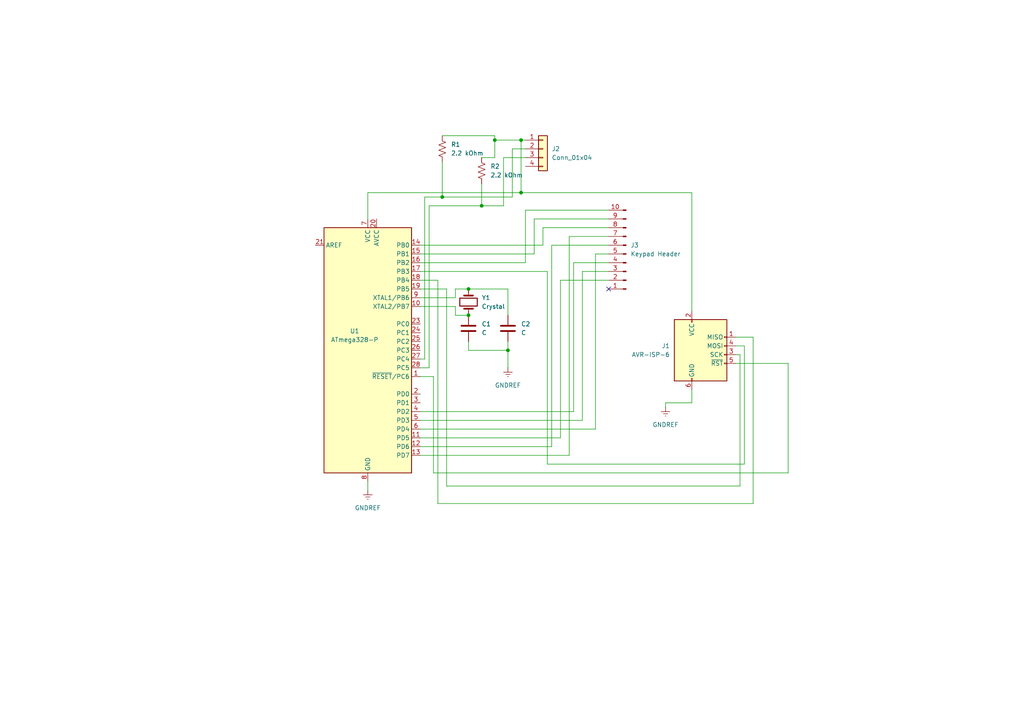
<source format=kicad_sch>
(kicad_sch (version 20250114) (generator "eeschema") (generator_version "9.0")
  (paper "A4")
  (lib_symbols
    (symbol "Connector:AVR-ISP-6" (pin_names (offset 1.016))
      (property "Reference" "J" (at -6.35 11.43 0))
      (property "Value" "AVR-ISP-6" (at 0 11.43 0))
      (symbol "AVR-ISP-6_0_1"
        (rectangle (start -2.667 10.16) (end -2.413 9.398))
        (rectangle (start -2.667 -6.858) (end -2.413 -7.62))
        (rectangle (start 7.62 10.16) (end -7.62 -7.62) (stroke (width 0.254)) (fill (type background)))
        (rectangle (start 7.62 5.207) (end 6.858 4.953))
        (rectangle (start 7.62 2.667) (end 6.858 2.413))
        (rectangle (start 7.62 0.127) (end 6.858 -0.127))
        (rectangle (start 7.62 -2.413) (end 6.858 -2.667))
      )
      (symbol "AVR-ISP-6_1_1"
        (pin passive line (at -2.54 12.7 270) (length 2.54) (name "VCC") (number "2"))
        (pin passive line (at -2.54 -10.16 90) (length 2.54) (name "GND") (number "6"))
        (pin passive line (at 10.16 5.08 180) (length 2.54) (name "MISO") (number "1"))
        (pin passive line (at 10.16 2.54 180) (length 2.54) (name "MOSI") (number "4"))
        (pin passive line (at 10.16 0 180) (length 2.54) (name "SCK") (number "3"))
        (pin passive line (at 10.16 -2.54 180) (length 2.54) (name "~{RST}") (number "5"))
      )
    )
    (symbol "Connector:Conn_01x10_Pin" (pin_names (offset 1.016) (hide yes))
      (property "Reference" "J" (at 0 12.7 0))
      (property "Value" "Conn_01x10_Pin" (at 0 -15.24 0))
      (symbol "Conn_01x10_Pin_1_1"
        (rectangle (start 0.8636 10.287) (end 0 10.033) (stroke (width 0.1524)) (fill (type outline)))
        (rectangle (start 0.8636 7.747) (end 0 7.493) (stroke (width 0.1524)) (fill (type outline)))
        (rectangle (start 0.8636 5.207) (end 0 4.953) (stroke (width 0.1524)) (fill (type outline)))
        (rectangle (start 0.8636 2.667) (end 0 2.413) (stroke (width 0.1524)) (fill (type outline)))
        (rectangle (start 0.8636 0.127) (end 0 -0.127) (stroke (width 0.1524)) (fill (type outline)))
        (rectangle (start 0.8636 -2.413) (end 0 -2.667) (stroke (width 0.1524)) (fill (type outline)))
        (rectangle (start 0.8636 -4.953) (end 0 -5.207) (stroke (width 0.1524)) (fill (type outline)))
        (rectangle (start 0.8636 -7.493) (end 0 -7.747) (stroke (width 0.1524)) (fill (type outline)))
        (rectangle (start 0.8636 -10.033) (end 0 -10.287) (stroke (width 0.1524)) (fill (type outline)))
        (rectangle (start 0.8636 -12.573) (end 0 -12.827) (stroke (width 0.1524)) (fill (type outline)))
        (polyline (pts (xy 1.27 10.16) (xy 0.8636 10.16)) (stroke (width 0.1524)))
        (polyline (pts (xy 1.27 7.62) (xy 0.8636 7.62)) (stroke (width 0.1524)))
        (polyline (pts (xy 1.27 5.08) (xy 0.8636 5.08)) (stroke (width 0.1524)))
        (polyline (pts (xy 1.27 2.54) (xy 0.8636 2.54)) (stroke (width 0.1524)))
        (polyline (pts (xy 1.27 0) (xy 0.8636 0)) (stroke (width 0.1524)))
        (polyline (pts (xy 1.27 -2.54) (xy 0.8636 -2.54)) (stroke (width 0.1524)))
        (polyline (pts (xy 1.27 -5.08) (xy 0.8636 -5.08)) (stroke (width 0.1524)))
        (polyline (pts (xy 1.27 -7.62) (xy 0.8636 -7.62)) (stroke (width 0.1524)))
        (polyline (pts (xy 1.27 -10.16) (xy 0.8636 -10.16)) (stroke (width 0.1524)))
        (polyline (pts (xy 1.27 -12.7) (xy 0.8636 -12.7)) (stroke (width 0.1524)))
        (pin passive line (at 5.08 10.16 180) (length 3.81) (name "Pin_1") (number "1"))
        (pin passive line (at 5.08 7.62 180) (length 3.81) (name "Pin_2") (number "2"))
        (pin passive line (at 5.08 5.08 180) (length 3.81) (name "Pin_3") (number "3"))
        (pin passive line (at 5.08 2.54 180) (length 3.81) (name "Pin_4") (number "4"))
        (pin passive line (at 5.08 0 180) (length 3.81) (name "Pin_5") (number "5"))
        (pin passive line (at 5.08 -2.54 180) (length 3.81) (name "Pin_6") (number "6"))
        (pin passive line (at 5.08 -5.08 180) (length 3.81) (name "Pin_7") (number "7"))
        (pin passive line (at 5.08 -7.62 180) (length 3.81) (name "Pin_8") (number "8"))
        (pin passive line (at 5.08 -10.16 180) (length 3.81) (name "Pin_9") (number "9"))
        (pin passive line (at 5.08 -12.7 180) (length 3.81) (name "Pin_10") (number "10"))
      )
    )
    (symbol "Connector_Generic:Conn_01x04" (pin_names (offset 1.016) (hide yes))
      (property "Reference" "J" (at 0 5.08 0))
      (property "Value" "Conn_01x04" (at 0 -7.62 0))
      (symbol "Conn_01x04_1_1"
        (rectangle (start -1.27 3.81) (end 1.27 -6.35) (stroke (width 0.254)) (fill (type background)))
        (rectangle (start -1.27 2.667) (end 0 2.413) (stroke (width 0.1524)))
        (rectangle (start -1.27 0.127) (end 0 -0.127) (stroke (width 0.1524)))
        (rectangle (start -1.27 -2.413) (end 0 -2.667) (stroke (width 0.1524)))
        (rectangle (start -1.27 -4.953) (end 0 -5.207) (stroke (width 0.1524)))
        (pin passive line (at -5.08 2.54 0) (length 3.81) (name "Pin_1") (number "1"))
        (pin passive line (at -5.08 0 0) (length 3.81) (name "Pin_2") (number "2"))
        (pin passive line (at -5.08 -2.54 0) (length 3.81) (name "Pin_3") (number "3"))
        (pin passive line (at -5.08 -5.08 0) (length 3.81) (name "Pin_4") (number "4"))
      )
    )
    (symbol "Device:C" (pin_numbers (hide yes)) (pin_names (offset 0.254))
      (property "Reference" "C" (at 0.635 2.54 0))
      (property "Value" "C" (at 0.635 -2.54 0))
      (symbol "C_0_1"
        (polyline (pts (xy -2.032 0.762) (xy 2.032 0.762)) (stroke (width 0.508)))
        (polyline (pts (xy -2.032 -0.762) (xy 2.032 -0.762)) (stroke (width 0.508)))
      )
      (symbol "C_1_1"
        (pin passive line (at 0 3.81 270) (length 2.794) (name "~") (number "1"))
        (pin passive line (at 0 -3.81 90) (length 2.794) (name "~") (number "2"))
      )
    )
    (symbol "Device:Crystal" (pin_numbers (hide yes)) (pin_names (offset 1.016) (hide yes))
      (property "Reference" "Y" (at 0 3.81 0))
      (property "Value" "Crystal" (at 0 -3.81 0))
      (symbol "Crystal_0_1"
        (polyline (pts (xy -2.54 0) (xy -1.905 0)))
        (polyline (pts (xy -1.905 -1.27) (xy -1.905 1.27)) (stroke (width 0.508)))
        (rectangle (start -1.143 2.54) (end 1.143 -2.54) (stroke (width 0.3048)))
        (polyline (pts (xy 1.905 -1.27) (xy 1.905 1.27)) (stroke (width 0.508)))
        (polyline (pts (xy 2.54 0) (xy 1.905 0)))
      )
      (symbol "Crystal_1_1"
        (pin passive line (at -3.81 0 0) (length 1.27) (name "1") (number "1"))
        (pin passive line (at 3.81 0 180) (length 1.27) (name "2") (number "2"))
      )
    )
    (symbol "Device:R_US" (pin_numbers (hide yes)) (pin_names (offset 0))
      (property "Reference" "R" (at 2.54 0 90))
      (property "Value" "R_US" (at -2.54 0 90))
      (symbol "R_US_0_1"
        (polyline (pts (xy 0 2.286) (xy 0 2.54)))
        (polyline (pts (xy 0 2.286) (xy 1.016 1.905) (xy 0 1.524) (xy -1.016 1.143) (xy 0 0.762)))
        (polyline (pts (xy 0 0.762) (xy 1.016 0.381) (xy 0 0) (xy -1.016 -0.381) (xy 0 -0.762)))
        (polyline (pts (xy 0 -0.762) (xy 1.016 -1.143) (xy 0 -1.524) (xy -1.016 -1.905) (xy 0 -2.286)))
        (polyline (pts (xy 0 -2.286) (xy 0 -2.54)))
      )
      (symbol "R_US_1_1"
        (pin passive line (at 0 3.81 270) (length 1.27) (name "~") (number "1"))
        (pin passive line (at 0 -3.81 90) (length 1.27) (name "~") (number "2"))
      )
    )
    (symbol "MCU_Microchip_ATmega:ATmega328-P"
      (property "Reference" "U" (at -12.7 36.83 0))
      (property "Value" "ATmega328-P" (at 2.54 -36.83 0))
      (symbol "ATmega328-P_0_1"
        (rectangle (start -12.7 -35.56) (end 12.7 35.56) (stroke (width 0.254)) (fill (type background)))
      )
      (symbol "ATmega328-P_1_1"
        (pin passive line (at -15.24 30.48 0) (length 2.54) (name "AREF") (number "21"))
        (pin power_in line (at 0 38.1 270) (length 2.54) (name "VCC") (number "7"))
        (pin passive line (at 0 -38.1 90) (length 2.54) (hide yes) (name "GND") (number "22"))
        (pin power_in line (at 0 -38.1 90) (length 2.54) (name "GND") (number "8"))
        (pin power_in line (at 2.54 38.1 270) (length 2.54) (name "AVCC") (number "20"))
        (pin bidirectional line (at 15.24 30.48 180) (length 2.54) (name "PB0") (number "14"))
        (pin bidirectional line (at 15.24 27.94 180) (length 2.54) (name "PB1") (number "15"))
        (pin bidirectional line (at 15.24 25.4 180) (length 2.54) (name "PB2") (number "16"))
        (pin bidirectional line (at 15.24 22.86 180) (length 2.54) (name "PB3") (number "17"))
        (pin bidirectional line (at 15.24 20.32 180) (length 2.54) (name "PB4") (number "18"))
        (pin bidirectional line (at 15.24 17.78 180) (length 2.54) (name "PB5") (number "19"))
        (pin bidirectional line (at 15.24 15.24 180) (length 2.54) (name "XTAL1/PB6") (number "9"))
        (pin bidirectional line (at 15.24 12.7 180) (length 2.54) (name "XTAL2/PB7") (number "10"))
        (pin bidirectional line (at 15.24 7.62 180) (length 2.54) (name "PC0") (number "23"))
        (pin bidirectional line (at 15.24 5.08 180) (length 2.54) (name "PC1") (number "24"))
        (pin bidirectional line (at 15.24 2.54 180) (length 2.54) (name "PC2") (number "25"))
        (pin bidirectional line (at 15.24 0 180) (length 2.54) (name "PC3") (number "26"))
        (pin bidirectional line (at 15.24 -2.54 180) (length 2.54) (name "PC4") (number "27"))
        (pin bidirectional line (at 15.24 -5.08 180) (length 2.54) (name "PC5") (number "28"))
        (pin bidirectional line (at 15.24 -7.62 180) (length 2.54) (name "~{RESET}/PC6") (number "1"))
        (pin bidirectional line (at 15.24 -12.7 180) (length 2.54) (name "PD0") (number "2"))
        (pin bidirectional line (at 15.24 -15.24 180) (length 2.54) (name "PD1") (number "3"))
        (pin bidirectional line (at 15.24 -17.78 180) (length 2.54) (name "PD2") (number "4"))
        (pin bidirectional line (at 15.24 -20.32 180) (length 2.54) (name "PD3") (number "5"))
        (pin bidirectional line (at 15.24 -22.86 180) (length 2.54) (name "PD4") (number "6"))
        (pin bidirectional line (at 15.24 -25.4 180) (length 2.54) (name "PD5") (number "11"))
        (pin bidirectional line (at 15.24 -27.94 180) (length 2.54) (name "PD6") (number "12"))
        (pin bidirectional line (at 15.24 -30.48 180) (length 2.54) (name "PD7") (number "13"))
      )
    )
    (symbol "power:GNDREF" (power) (pin_numbers (hide yes)) (pin_names (offset 0) (hide yes))
      (property "Value" "GNDREF" (at 0 -3.81 0))
      (symbol "GNDREF_0_1"
        (polyline (pts (xy -0.635 -1.905) (xy 0.635 -1.905)))
        (polyline (pts (xy -0.127 -2.54) (xy 0.127 -2.54)))
        (polyline (pts (xy 0 -1.27) (xy 0 0)))
        (polyline (pts (xy 1.27 -1.27) (xy -1.27 -1.27)))
      )
      (symbol "GNDREF_1_1"
        (pin power_in line (at 0 0 270) (length 0) (name "~") (number "1"))
      )
    )
  )
  (junction (at 139.7 59.69))
  (junction (at 135.89 91.44))
  (junction (at 151.13 55.88))
  (junction (at 151.13 40.64))
  (junction (at 128.27 57.15))
  (junction (at 143.51 40.64))
  (junction (at 147.32 101.6))
  (junction (at 135.89 83.82))
  (no_connect (at 176.53 83.82))
  (wire (pts (xy 151.13 55.88) (xy 106.68 55.88)))
  (wire (pts (xy 125.73 109.22) (xy 121.92 109.22)))
  (wire (pts (xy 160.02 71.12) (xy 160.02 129.54)))
  (wire (pts (xy 215.9 134.62) (xy 215.9 100.33)))
  (wire (pts (xy 128.27 46.99) (xy 128.27 57.15)))
  (wire (pts (xy 176.53 68.58) (xy 165.1 68.58)))
  (wire (pts (xy 176.53 78.74) (xy 168.91 78.74)))
  (wire (pts (xy 135.89 99.06) (xy 135.89 101.6)))
  (wire (pts (xy 213.36 97.79) (xy 218.44 97.79)))
  (wire (pts (xy 152.4 45.72) (xy 146.05 45.72)))
  (wire (pts (xy 168.91 121.92) (xy 121.92 121.92)))
  (wire (pts (xy 176.53 76.2) (xy 166.37 76.2)))
  (wire (pts (xy 143.51 40.64) (xy 151.13 40.64)))
  (wire (pts (xy 165.1 68.58) (xy 165.1 132.08)))
  (wire (pts (xy 151.13 40.64) (xy 151.13 55.88)))
  (wire (pts (xy 132.08 86.36) (xy 132.08 83.82)))
  (wire (pts (xy 200.66 116.84) (xy 193.04 116.84)))
  (wire (pts (xy 146.05 45.72) (xy 146.05 59.69)))
  (wire (pts (xy 146.05 59.69) (xy 139.7 59.69)))
  (wire (pts (xy 135.89 101.6) (xy 147.32 101.6)))
  (wire (pts (xy 128.27 57.15) (xy 148.59 57.15)))
  (wire (pts (xy 200.66 113.03) (xy 200.66 116.84)))
  (wire (pts (xy 228.6 137.16) (xy 125.73 137.16)))
  (wire (pts (xy 148.59 43.18) (xy 152.4 43.18)))
  (wire (pts (xy 200.66 55.88) (xy 151.13 55.88)))
  (wire (pts (xy 168.91 78.74) (xy 168.91 121.92)))
  (wire (pts (xy 166.37 76.2) (xy 166.37 119.38)))
  (wire (pts (xy 166.37 119.38) (xy 121.92 119.38)))
  (wire (pts (xy 121.92 88.9) (xy 132.08 88.9)))
  (wire (pts (xy 162.56 81.28) (xy 162.56 127)))
  (wire (pts (xy 139.7 45.72) (xy 143.51 45.72)))
  (wire (pts (xy 214.63 140.97) (xy 214.63 102.87)))
  (wire (pts (xy 121.92 106.68) (xy 124.46 106.68)))
  (wire (pts (xy 123.19 104.14) (xy 123.19 57.15)))
  (wire (pts (xy 147.32 101.6) (xy 147.32 99.06)))
  (wire (pts (xy 172.72 73.66) (xy 172.72 124.46)))
  (wire (pts (xy 129.54 83.82) (xy 129.54 140.97)))
  (wire (pts (xy 127 81.28) (xy 121.92 81.28)))
  (wire (pts (xy 121.92 132.08) (xy 165.1 132.08)))
  (wire (pts (xy 132.08 83.82) (xy 135.89 83.82)))
  (wire (pts (xy 139.7 59.69) (xy 124.46 59.69)))
  (wire (pts (xy 215.9 100.33) (xy 213.36 100.33)))
  (wire (pts (xy 214.63 102.87) (xy 213.36 102.87)))
  (wire (pts (xy 176.53 71.12) (xy 160.02 71.12)))
  (wire (pts (xy 129.54 140.97) (xy 214.63 140.97)))
  (wire (pts (xy 228.6 105.41) (xy 228.6 137.16)))
  (wire (pts (xy 125.73 137.16) (xy 125.73 109.22)))
  (wire (pts (xy 172.72 124.46) (xy 121.92 124.46)))
  (wire (pts (xy 162.56 127) (xy 121.92 127)))
  (wire (pts (xy 132.08 91.44) (xy 132.08 88.9)))
  (wire (pts (xy 128.27 39.37) (xy 143.51 39.37)))
  (wire (pts (xy 193.04 116.84) (xy 193.04 118.11)))
  (wire (pts (xy 135.89 83.82) (xy 147.32 83.82)))
  (wire (pts (xy 151.13 40.64) (xy 152.4 40.64)))
  (wire (pts (xy 121.92 86.36) (xy 132.08 86.36)))
  (wire (pts (xy 127 146.05) (xy 127 81.28)))
  (wire (pts (xy 147.32 83.82) (xy 147.32 91.44)))
  (wire (pts (xy 176.53 66.04) (xy 157.48 66.04)))
  (wire (pts (xy 200.66 55.88) (xy 200.66 90.17)))
  (wire (pts (xy 157.48 71.12) (xy 121.92 71.12)))
  (wire (pts (xy 147.32 101.6) (xy 147.32 106.68)))
  (wire (pts (xy 143.51 45.72) (xy 143.51 40.64)))
  (wire (pts (xy 132.08 91.44) (xy 135.89 91.44)))
  (wire (pts (xy 158.75 78.74) (xy 158.75 134.62)))
  (wire (pts (xy 106.68 139.7) (xy 106.68 142.24)))
  (wire (pts (xy 176.53 63.5) (xy 154.94 63.5)))
  (wire (pts (xy 176.53 60.96) (xy 152.4 60.96)))
  (wire (pts (xy 176.53 73.66) (xy 172.72 73.66)))
  (wire (pts (xy 158.75 134.62) (xy 215.9 134.62)))
  (wire (pts (xy 139.7 53.34) (xy 139.7 59.69)))
  (wire (pts (xy 154.94 63.5) (xy 154.94 73.66)))
  (wire (pts (xy 154.94 73.66) (xy 121.92 73.66)))
  (wire (pts (xy 152.4 60.96) (xy 152.4 76.2)))
  (wire (pts (xy 121.92 83.82) (xy 129.54 83.82)))
  (wire (pts (xy 124.46 59.69) (xy 124.46 106.68)))
  (wire (pts (xy 218.44 146.05) (xy 127 146.05)))
  (wire (pts (xy 218.44 97.79) (xy 218.44 146.05)))
  (wire (pts (xy 176.53 81.28) (xy 162.56 81.28)))
  (wire (pts (xy 148.59 57.15) (xy 148.59 43.18)))
  (wire (pts (xy 123.19 57.15) (xy 128.27 57.15)))
  (wire (pts (xy 143.51 39.37) (xy 143.51 40.64)))
  (wire (pts (xy 106.68 55.88) (xy 106.68 63.5)))
  (wire (pts (xy 121.92 104.14) (xy 123.19 104.14)))
  (wire (pts (xy 157.48 66.04) (xy 157.48 71.12)))
  (wire (pts (xy 160.02 129.54) (xy 121.92 129.54)))
  (wire (pts (xy 152.4 76.2) (xy 121.92 76.2)))
  (wire (pts (xy 121.92 78.74) (xy 158.75 78.74)))
  (wire (pts (xy 213.36 105.41) (xy 228.6 105.41)))
  (symbol (lib_id "power:GNDREF") (at 147.32 106.68 0) (unit 1)
    (property "Reference" "#PWR01" (effects (hide yes)))
    (property "Value" "GNDREF" (at 147.32 111.76 0))
    (property "Description" "Power symbol creates a global label with name \"GNDREF\" , reference supply ground" (effects (hide yes)))
  )
  (symbol (lib_id "Device:C") (at 135.89 95.25 0) (unit 1)
    (property "Reference" "C1" (at 139.7 93.9799 0) (effects (justify left)))
    (property "Value" "C" (at 139.7 96.5199 0) (effects (justify left)))
    (property "Description" "Unpolarized capacitor" (effects (hide yes)))
  )
  (symbol (lib_id "Connector:Conn_01x10_Pin") (at 181.61 73.66 180) (unit 1)
    (property "Reference" "J3" (at 182.88 71.1199 0) (effects (justify right)))
    (property "Value" "Keypad Header" (at 182.88 73.6599 0) (effects (justify right)))
    (property "Description" "Generic connector, single row, 01x10, script generated" (effects (hide yes)))
  )
  (symbol (lib_id "Connector_Generic:Conn_01x04") (at 157.48 43.18 0) (unit 1)
    (property "Reference" "J2" (at 160.02 43.1799 0) (effects (justify left)))
    (property "Value" "Conn_01x04" (at 160.02 45.7199 0) (effects (justify left)))
    (property "Description" "Generic connector, single row, 01x04, script generated (kicad-library-utils/schlib/autogen/connector/)" (effects (hide yes)))
  )
  (symbol (lib_id "Connector:AVR-ISP-6") (at 203.2 102.87 0) (unit 1)
    (property "Reference" "J1" (at 194.31 100.3299 0) (effects (justify right)))
    (property "Value" "AVR-ISP-6" (at 194.31 102.8699 0) (effects (justify right)))
    (property "Description" "Atmel 6-pin ISP connector" (effects (hide yes)))
  )
  (symbol (lib_id "power:GNDREF") (at 193.04 118.11 0) (unit 1)
    (property "Reference" "#PWR03" (effects (hide yes)))
    (property "Value" "GNDREF" (at 193.04 123.19 0))
    (property "Description" "Power symbol creates a global label with name \"GNDREF\" , reference supply ground" (effects (hide yes)))
  )
  (symbol (lib_id "Device:R_US") (at 139.7 49.53 0) (unit 1)
    (property "Reference" "R2" (at 142.24 48.2599 0) (effects (justify left)))
    (property "Value" "2.2 kOhm" (at 142.24 50.7999 0) (effects (justify left)))
    (property "Description" "Resistor, US symbol" (effects (hide yes)))
  )
  (symbol (lib_id "MCU_Microchip_ATmega:ATmega328-P") (at 106.68 101.6 0) (unit 1)
    (property "Reference" "U1" (at 102.87 96.012 0))
    (property "Value" "ATmega328-P" (at 102.87 98.552 0))
    (property "Footprint" "Package_DIP:DIP-28_W7.62mm" (effects (hide yes)))
    (property "Datasheet" "http://ww1.microchip.com/downloads/en/DeviceDoc/ATmega328_P%20AVR%20MCU%20with%20picoPower%20Technology%20Data%20Sheet%2040001984A.pdf" (effects (hide yes)))
    (property "Description" "20MHz, 32kB Flash, 2kB SRAM, 1kB EEPROM, DIP-28" (effects (hide yes)))
  )
  (symbol (lib_id "power:GNDREF") (at 106.68 142.24 0) (unit 1)
    (property "Reference" "#PWR02" (effects (hide yes)))
    (property "Value" "GNDREF" (at 106.68 147.32 0))
    (property "Description" "Power symbol creates a global label with name \"GNDREF\" , reference supply ground" (effects (hide yes)))
  )
  (symbol (lib_id "Device:R_US") (at 128.27 43.18 0) (unit 1)
    (property "Reference" "R1" (at 130.81 41.9099 0) (effects (justify left)))
    (property "Value" "2.2 kOhm" (at 130.81 44.4499 0) (effects (justify left)))
    (property "Description" "Resistor, US symbol" (effects (hide yes)))
  )
  (symbol (lib_id "Device:C") (at 147.32 95.25 0) (unit 1)
    (property "Reference" "C2" (at 151.13 93.9799 0) (effects (justify left)))
    (property "Value" "C" (at 151.13 96.5199 0) (effects (justify left)))
    (property "Description" "Unpolarized capacitor" (effects (hide yes)))
  )
  (symbol (lib_id "Device:Crystal") (at 135.89 87.63 90) (unit 1)
    (property "Reference" "Y1" (at 139.7 86.3599 90) (effects (justify right)))
    (property "Value" "Crystal" (at 139.7 88.8999 90) (effects (justify right)))
    (property "Footprint" "Crystal:Crystal_HC18-U_Vertical" (effects (hide yes)))
    (property "Description" "Two pin crystal" (effects (hide yes)))
  )
)
</source>
